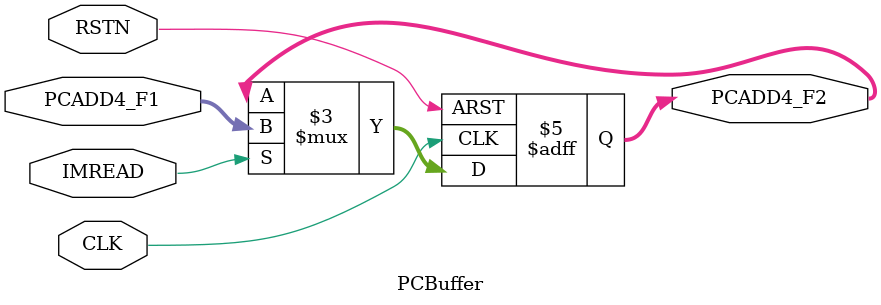
<source format=v>
module PCBuffer(
	input CLK, RSTN, IMREAD,
	input [31:0] PCADD4_F1,
	output reg [31:0] PCADD4_F2
);
always@(posedge CLK or negedge RSTN) begin
	if(~RSTN) PCADD4_F2 <= 0;
	else if(IMREAD) PCADD4_F2 <= PCADD4_F1;
end
endmodule

</source>
